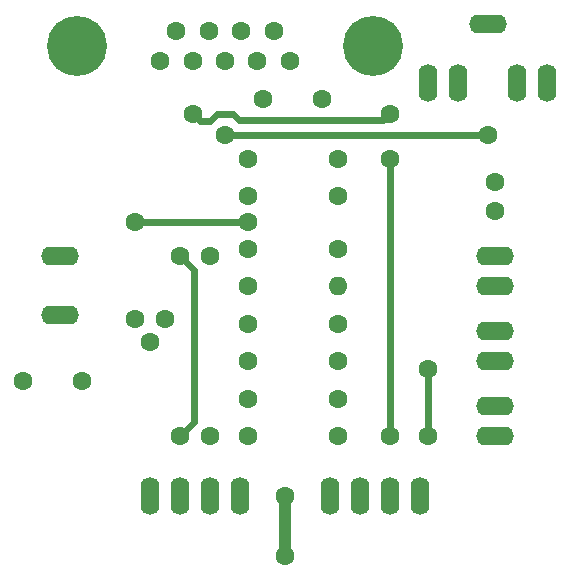
<source format=gbr>
%TF.GenerationSoftware,KiCad,Pcbnew,(6.0.6)*%
%TF.CreationDate,2022-08-24T11:57:53-03:00*%
%TF.ProjectId,hub_exterior,6875625f-6578-4746-9572-696f722e6b69,rev?*%
%TF.SameCoordinates,Original*%
%TF.FileFunction,Copper,L1,Top*%
%TF.FilePolarity,Positive*%
%FSLAX46Y46*%
G04 Gerber Fmt 4.6, Leading zero omitted, Abs format (unit mm)*
G04 Created by KiCad (PCBNEW (6.0.6)) date 2022-08-24 11:57:53*
%MOMM*%
%LPD*%
G01*
G04 APERTURE LIST*
%TA.AperFunction,ComponentPad*%
%ADD10C,1.600000*%
%TD*%
%TA.AperFunction,ComponentPad*%
%ADD11O,3.200000X1.600000*%
%TD*%
%TA.AperFunction,ComponentPad*%
%ADD12O,1.600000X3.200000*%
%TD*%
%TA.AperFunction,ComponentPad*%
%ADD13O,1.600000X1.600000*%
%TD*%
%TA.AperFunction,ComponentPad*%
%ADD14C,5.080000*%
%TD*%
%TA.AperFunction,ViaPad*%
%ADD15C,1.600000*%
%TD*%
%TA.AperFunction,Conductor*%
%ADD16C,0.600000*%
%TD*%
%TA.AperFunction,Conductor*%
%ADD17C,1.000000*%
%TD*%
G04 APERTURE END LIST*
D10*
%TO.P,R8,1,1*%
%TO.N,+5V*%
X22225000Y27940000D03*
%TO.P,R8,2,2*%
%TO.N,Net-(C3-Pad+)*%
X29845000Y27940000D03*
%TD*%
D11*
%TO.P,LV,1,S*%
%TO.N,GND*%
X43160000Y12065000D03*
%TO.P,LV,2,S*%
%TO.N,Net-(LED0-Pad2)*%
X43160000Y14605000D03*
%TD*%
D10*
%TO.P,R6,1,1*%
%TO.N,Net-(R5-Pad1)*%
X19050000Y12085000D03*
%TO.P,R6,2,2*%
%TO.N,Net-(R6-Pad2)*%
X19050000Y27325000D03*
%TD*%
%TO.P,R7,1,1*%
%TO.N,Net-(C3-Pad+)*%
X29845000Y35560000D03*
%TO.P,R7,2,2*%
%TO.N,/N$4*%
X22225000Y35560000D03*
%TD*%
%TO.P,C2,1,1*%
%TO.N,+5V*%
X3215000Y16764000D03*
%TO.P,C2,2,2*%
%TO.N,GND*%
X8215000Y16764000D03*
%TD*%
D12*
%TO.P,LLUVIA,1,S*%
%TO.N,GND*%
X29210000Y7025000D03*
%TO.P,LLUVIA,2,S*%
X31750000Y7025000D03*
%TO.P,LLUVIA,3,S*%
%TO.N,Net-(X1-Pad2)*%
X34290000Y7025000D03*
%TO.P,LLUVIA,4,S*%
%TO.N,+5V*%
X36830000Y7025000D03*
%TD*%
D11*
%TO.P,LR,1,S*%
%TO.N,Net-(R2-Pad2)*%
X43200000Y18415000D03*
%TO.P,LR,2,S*%
%TO.N,+5V*%
X43200000Y20955000D03*
%TD*%
%TO.P,DC,1,KL*%
%TO.N,+5V*%
X6350000Y27305000D03*
%TO.P,DC,2,KL*%
%TO.N,GND*%
X6350000Y22305000D03*
%TD*%
D10*
%TO.P,R2,1,1*%
%TO.N,Net-(Q1-Pad3)*%
X22225000Y21590000D03*
%TO.P,R2,2,2*%
%TO.N,Net-(R2-Pad2)*%
X29845000Y21590000D03*
%TD*%
%TO.P,Q1,1,E*%
%TO.N,GND*%
X12700000Y21950000D03*
%TO.P,Q1,2,B*%
%TO.N,Net-(Q1-Pad2)*%
X13970000Y20045000D03*
%TO.P,Q1,3,C*%
%TO.N,Net-(Q1-Pad3)*%
X15240000Y21950000D03*
%TD*%
%TO.P,C1,1,1*%
%TO.N,/N$8*%
X28555000Y40640000D03*
%TO.P,C1,2,2*%
%TO.N,GND*%
X23555000Y40640000D03*
%TD*%
%TO.P,R4,1,1*%
%TO.N,+5V*%
X22225000Y12065000D03*
%TO.P,R4,2,2*%
%TO.N,Net-(LED0-Pad2)*%
X29845000Y12065000D03*
%TD*%
D11*
%TO.P,B,1,S*%
%TO.N,Net-(R3-Pad2)*%
X43200000Y24765000D03*
%TO.P,B,2,S*%
%TO.N,+5V*%
X43200000Y27305000D03*
%TD*%
D12*
%TO.P,GPS,1,S*%
%TO.N,GND*%
X13970000Y7005000D03*
%TO.P,GPS,2,S*%
%TO.N,Net-(X1-Pad7)*%
X16510000Y7005000D03*
%TO.P,GPS,3,S*%
%TO.N,Net-(R5-Pad1)*%
X19050000Y7005000D03*
%TO.P,GPS,4,S*%
%TO.N,+5V*%
X21590000Y7005000D03*
%TD*%
D10*
%TO.P,R5,1,1*%
%TO.N,Net-(R5-Pad1)*%
X22225000Y15240000D03*
%TO.P,R5,2,2*%
%TO.N,GND*%
X29845000Y15240000D03*
%TD*%
%TO.P,C3,1*%
%TO.N,Net-(C3-Pad+)*%
X43180000Y33590112D03*
%TO.P,C3,2*%
%TO.N,GND*%
X43180000Y31090112D03*
%TD*%
%TO.P,R3,1,1*%
%TO.N,Net-(Q1-Pad3)*%
X22225000Y24765000D03*
D13*
%TO.P,R3,2,2*%
%TO.N,Net-(R3-Pad2)*%
X29845000Y24765000D03*
%TD*%
D11*
%TO.P,U$1,P$3,1*%
%TO.N,/N$4*%
X42545000Y46990000D03*
D12*
%TO.P,U$1,P$4,3*%
%TO.N,unconnected-(U$1-PadP$4)*%
X40045000Y41990000D03*
%TO.P,U$1,P$5,4*%
%TO.N,Net-(C3-Pad+)*%
X45045000Y41990000D03*
%TO.P,U$1,P$6,2*%
%TO.N,unconnected-(U$1-PadP$6)*%
X37545000Y41990000D03*
%TO.P,U$1,P$7,5*%
%TO.N,Net-(C3-Pad+)*%
X47545000Y41990000D03*
%TD*%
D10*
%TO.P,R1,1,1*%
%TO.N,Net-(Q1-Pad2)*%
X22225000Y18415000D03*
%TO.P,R1,2,2*%
%TO.N,/N$8*%
X29845000Y18415000D03*
%TD*%
%TO.P,X1,1,1*%
%TO.N,unconnected-(X1-Pad1)*%
X14833600Y43815000D03*
%TO.P,X1,2,2*%
%TO.N,Net-(X1-Pad2)*%
X17576800Y43815000D03*
%TO.P,X1,3,3*%
%TO.N,/N$4*%
X20320000Y43815000D03*
%TO.P,X1,4,4*%
%TO.N,unconnected-(X1-Pad4)*%
X23063200Y43815000D03*
%TO.P,X1,5,5*%
%TO.N,GND*%
X25806400Y43815000D03*
%TO.P,X1,6,6*%
%TO.N,Net-(R6-Pad2)*%
X16205200Y46355000D03*
%TO.P,X1,7,7*%
%TO.N,Net-(X1-Pad7)*%
X18948400Y46355000D03*
%TO.P,X1,8,8*%
%TO.N,/N$8*%
X21691600Y46355000D03*
%TO.P,X1,9,9*%
%TO.N,unconnected-(X1-Pad9)*%
X24434800Y46355000D03*
D14*
%TO.P,X1,G1,G1*%
%TO.N,unconnected-(X1-PadG1)*%
X7797800Y45085000D03*
%TO.P,X1,G2,G2*%
%TO.N,unconnected-(X1-PadG2)*%
X32842200Y45085000D03*
%TD*%
D10*
%TO.P,R9,1,1*%
%TO.N,Net-(C3-Pad+)*%
X29845000Y32385000D03*
%TO.P,R9,2,2*%
%TO.N,GND*%
X22225000Y32385000D03*
%TD*%
D15*
%TO.N,GND*%
X37465000Y12065000D03*
X25400000Y1925000D03*
X37465000Y17780000D03*
X25400000Y6985000D03*
%TO.N,+5V*%
X22225000Y30162500D03*
X12700000Y30162500D03*
%TO.N,/N$4*%
X20320000Y37592000D03*
X42545000Y37592000D03*
%TO.N,Net-(X1-Pad2)*%
X34290000Y12065000D03*
X34290000Y39370000D03*
X34290000Y35560000D03*
X17576800Y39370000D03*
%TO.N,Net-(X1-Pad7)*%
X16510000Y27305000D03*
X16510000Y12065000D03*
%TD*%
D16*
%TO.N,GND*%
X37465000Y12065000D02*
X37465000Y17780000D01*
D17*
X25400000Y6985000D02*
X25400000Y1925000D01*
D16*
%TO.N,+5V*%
X22225000Y30162500D02*
X12700000Y30162500D01*
%TO.N,/N$4*%
X20320000Y37592000D02*
X42545000Y37592000D01*
%TO.N,Net-(X1-Pad2)*%
X21024164Y39292000D02*
X19615836Y39292000D01*
X19058836Y38735000D02*
X18211800Y38735000D01*
X34290000Y35560000D02*
X34290000Y12065000D01*
X21524164Y38792000D02*
X21024164Y39292000D01*
X34290000Y39370000D02*
X33712000Y38792000D01*
X33712000Y38792000D02*
X21524164Y38792000D01*
X19615836Y39292000D02*
X19058836Y38735000D01*
X18211800Y38735000D02*
X17576800Y39370000D01*
%TO.N,Net-(X1-Pad7)*%
X16510000Y27305000D02*
X17653525Y26161475D01*
X17653525Y26161475D02*
X17653525Y13208525D01*
X17653525Y13208525D02*
X16510000Y12065000D01*
%TD*%
M02*

</source>
